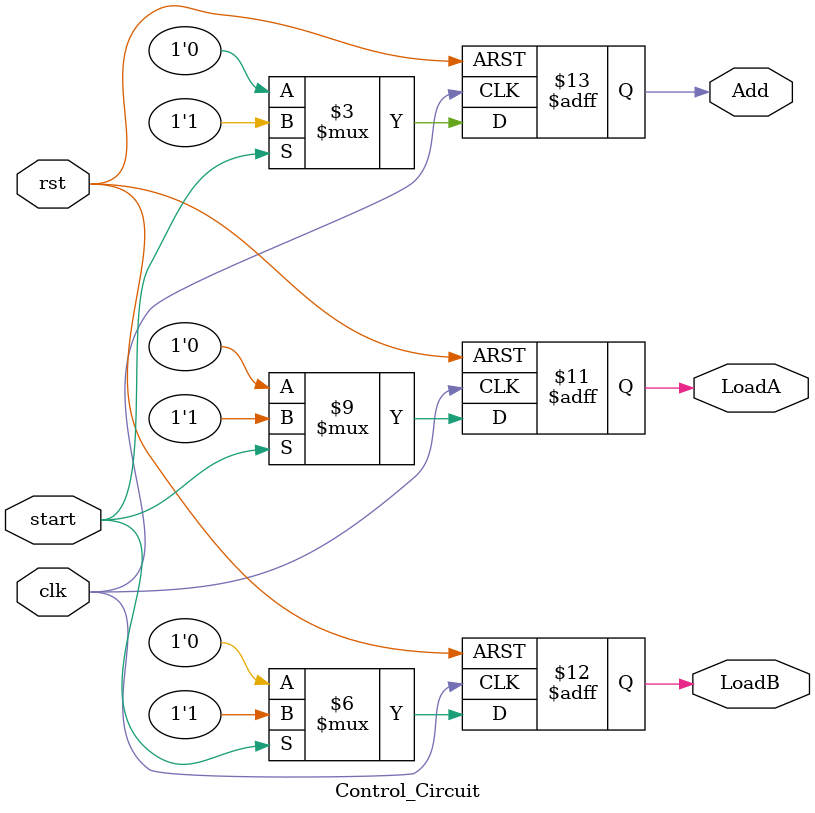
<source format=v>
module Control_Circuit (
    input clk,       // Clock signal
    input rst,       // Reset signal
    input start,     // Start signal
    output reg LoadA,// Load enable for register A
    output reg LoadB,// Load enable for register B
    output reg Add   // Control signal for addition operation
);
    always @(posedge clk or posedge rst) begin
        if (rst) begin
            LoadA <= 0;
            LoadB <= 0;
            Add <= 0;
        end else if (start) begin
            LoadA <= 1; // Load input to A
            LoadB <= 1; // Load input to B
            Add <= 1;   // Enable addition
        end else begin
            LoadA <= 0;
            LoadB <= 0;
            Add <= 0;
        end
    end
endmodule

</source>
